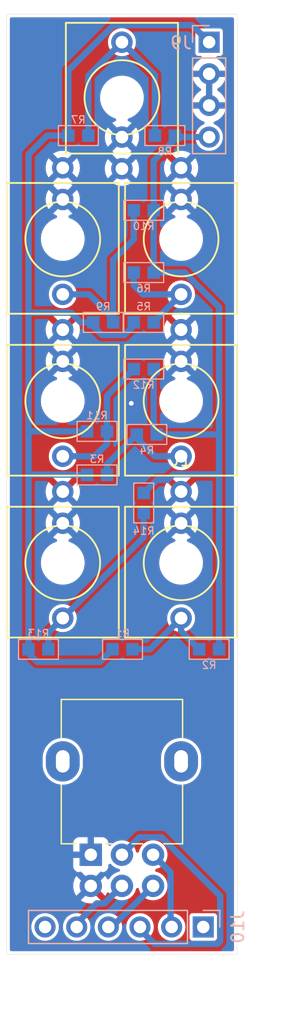
<source format=kicad_pcb>
(kicad_pcb (version 20211014) (generator pcbnew)
  (title_block (title "Exits") (date "2022-01-28") (rev "2.1"))
  (layers (0 "F.Cu" signal) (31 "B.Cu" signal) (34 "B.Paste" user) (35 "F.Paste" user) (36 "B.SilkS" user "B.Silkscreen") (37 "F.SilkS" user "F.Silkscreen") (38 "B.Mask" user) (39 "F.Mask" user) (44 "Edge.Cuts" user))
  (net 0 "")
  (net 1 "GND")
  (net 2 "Net-(J1-Pad3)")
  (net 3 "Net-(J2-Pad3)")
  (net 4 "Net-(J3-Pad3)")
  (net 5 "Net-(J4-Pad3)")
  (net 6 "Net-(J5-Pad3)")
  (net 7 "Net-(J6-Pad3)")
  (net 8 "Net-(J7-Pad3)")
  (net 9 "Net-(J9-Pad1)")
  (net 10 "Net-(J10-Pad4)")
  (net 11 "Net-(J10-Pad2)")
  (net 13 "Net-(J10-Pad3)")
  (net 14 "Net-(J9-Pad4)")
  (net 16 "Net-(J10-Pad5)")
  (footprint "nearness:PJ301M12" (layer "F.Cu") (at 156.5 71.055 180)
    (fp_text reference "J2" hide)
    (fp_text value "PJ301M12")
    (fp_line (start 4.5 4.5) (end -4.5 4.5) (layer "F.SilkS") (width 0.15))
    (fp_line (start -4.5 -6) (end 4.5 -6) (layer "F.SilkS") (width 0.15))
    (fp_line (start 4.5 -6) (end 4.5 4.5) (layer "F.SilkS") (width 0.15))
    (fp_line (start -4.5 4.5) (end -4.5 -6) (layer "F.SilkS") (width 0.15))
    (fp_circle (center 0 0) (end 3 0) (layer "F.SilkS") (width 0.15) (fill none))
    (pad "" np_thru_hole circle locked (at 0 0 180) (size 3 3) (drill 3) (layers *.Cu *.Mask))
    (pad "1" thru_hole circle locked (at 0 5.715 180) (size 1.7272 1.7272) (drill 1.016) (layers *.Cu *.Mask) (net 1 "GND"))
    (pad "2" thru_hole circle locked (at 0 3.175 180) (size 1.7272 1.7272) (drill 1.016) (layers *.Cu *.Mask) (net 1 "GND"))
    (pad "3" thru_hole circle locked (at 0 -4.445 180) (size 1.7272 1.7272) (drill 1.016) (layers *.Cu *.Mask) (net 3 "Net-(J2-Pad3)"))
  )
  (footprint "nearness:PJ301M12" (layer "F.Cu") (at 156.5 58.055 180)
    (fp_text reference "J3" hide)
    (fp_text value "PJ301M12")
    (fp_line (start -4.5 4.5) (end -4.5 -6) (layer "F.SilkS") (width 0.15))
    (fp_line (start -4.5 -6) (end 4.5 -6) (layer "F.SilkS") (width 0.15))
    (fp_line (start 4.5 4.5) (end -4.5 4.5) (layer "F.SilkS") (width 0.15))
    (fp_line (start 4.5 -6) (end 4.5 4.5) (layer "F.SilkS") (width 0.15))
    (fp_circle (center 0 0) (end 3 0) (layer "F.SilkS") (width 0.15) (fill none))
    (pad "" np_thru_hole circle locked (at 0 0 180) (size 3 3) (drill 3) (layers *.Cu *.Mask))
    (pad "1" thru_hole circle locked (at 0 5.715 180) (size 1.7272 1.7272) (drill 1.016) (layers *.Cu *.Mask) (net 1 "GND"))
    (pad "2" thru_hole circle locked (at 0 3.175 180) (size 1.7272 1.7272) (drill 1.016) (layers *.Cu *.Mask) (net 1 "GND"))
    (pad "3" thru_hole circle locked (at 0 -4.445 180) (size 1.7272 1.7272) (drill 1.016) (layers *.Cu *.Mask) (net 4 "Net-(J3-Pad3)"))
  )
  (footprint "nearness:PJ301M12" (layer "F.Cu") (at 151.75 46.695)
    (fp_text reference "J4" hide)
    (fp_text value "PJ301M12")
    (fp_line (start 4.5 4.5) (end -4.5 4.5) (layer "F.SilkS") (width 0.15))
    (fp_line (start -4.5 -6) (end 4.5 -6) (layer "F.SilkS") (width 0.15))
    (fp_line (start 4.5 -6) (end 4.5 4.5) (layer "F.SilkS") (width 0.15))
    (fp_line (start -4.5 4.5) (end -4.5 -6) (layer "F.SilkS") (width 0.15))
    (fp_circle (center 0 0) (end 3 0) (layer "F.SilkS") (width 0.15) (fill none))
    (pad "" np_thru_hole circle locked (at 0 0) (size 3 3) (drill 3) (layers *.Cu *.Mask))
    (pad "1" thru_hole circle locked (at 0 5.715) (size 1.7272 1.7272) (drill 1.016) (layers *.Cu *.Mask) (net 1 "GND"))
    (pad "2" thru_hole circle locked (at 0 3.175) (size 1.7272 1.7272) (drill 1.016) (layers *.Cu *.Mask) (net 1 "GND"))
    (pad "3" thru_hole circle locked (at 0 -4.445) (size 1.7272 1.7272) (drill 1.016) (layers *.Cu *.Mask) (net 5 "Net-(J4-Pad3)"))
  )
  (footprint "nearness:PJ301M12" (layer "F.Cu") (at 147 58.055 180)
    (fp_text reference "J5" hide)
    (fp_text value "PJ301M12")
    (fp_line (start 4.5 4.5) (end -4.5 4.5) (layer "F.SilkS") (width 0.15))
    (fp_line (start 4.5 -6) (end 4.5 4.5) (layer "F.SilkS") (width 0.15))
    (fp_line (start -4.5 4.5) (end -4.5 -6) (layer "F.SilkS") (width 0.15))
    (fp_line (start -4.5 -6) (end 4.5 -6) (layer "F.SilkS") (width 0.15))
    (fp_circle (center 0 0) (end 3 0) (layer "F.SilkS") (width 0.15) (fill none))
    (pad "" np_thru_hole circle locked (at 0 0 180) (size 3 3) (drill 3) (layers *.Cu *.Mask))
    (pad "1" thru_hole circle locked (at 0 5.715 180) (size 1.7272 1.7272) (drill 1.016) (layers *.Cu *.Mask) (net 1 "GND"))
    (pad "2" thru_hole circle locked (at 0 3.175 180) (size 1.7272 1.7272) (drill 1.016) (layers *.Cu *.Mask) (net 1 "GND"))
    (pad "3" thru_hole circle locked (at 0 -4.445 180) (size 1.7272 1.7272) (drill 1.016) (layers *.Cu *.Mask) (net 6 "Net-(J5-Pad3)"))
  )
  (footprint "nearness:PJ301M12" (layer "F.Cu") (at 147 71.055 180)
    (fp_text reference "J6" hide)
    (fp_text value "PJ301M12")
    (fp_line (start 4.5 -6) (end 4.5 4.5) (layer "F.SilkS") (width 0.15))
    (fp_line (start 4.5 4.5) (end -4.5 4.5) (layer "F.SilkS") (width 0.15))
    (fp_line (start -4.5 4.5) (end -4.5 -6) (layer "F.SilkS") (width 0.15))
    (fp_line (start -4.5 -6) (end 4.5 -6) (layer "F.SilkS") (width 0.15))
    (fp_circle (center 0 0) (end 3 0) (layer "F.SilkS") (width 0.15) (fill none))
    (pad "" np_thru_hole circle locked (at 0 0 180) (size 3 3) (drill 3) (layers *.Cu *.Mask))
    (pad "1" thru_hole circle locked (at 0 5.715 180) (size 1.7272 1.7272) (drill 1.016) (layers *.Cu *.Mask) (net 1 "GND"))
    (pad "2" thru_hole circle locked (at 0 3.175 180) (size 1.7272 1.7272) (drill 1.016) (layers *.Cu *.Mask) (net 1 "GND"))
    (pad "3" thru_hole circle locked (at 0 -4.445 180) (size 1.7272 1.7272) (drill 1.016) (layers *.Cu *.Mask) (net 7 "Net-(J6-Pad3)"))
  )
  (footprint "nearness:PJ301M12" (layer "F.Cu") (at 147 84.055 180)
    (fp_text reference "J7" hide)
    (fp_text value "PJ301M12")
    (fp_line (start -4.5 4.5) (end -4.5 -6) (layer "F.SilkS") (width 0.15))
    (fp_line (start 4.5 -6) (end 4.5 4.5) (layer "F.SilkS") (width 0.15))
    (fp_line (start -4.5 -6) (end 4.5 -6) (layer "F.SilkS") (width 0.15))
    (fp_line (start 4.5 4.5) (end -4.5 4.5) (layer "F.SilkS") (width 0.15))
    (fp_circle (center 0 0) (end 3 0) (layer "F.SilkS") (width 0.15) (fill none))
    (pad "" np_thru_hole circle locked (at 0 0 180) (size 3 3) (drill 3) (layers *.Cu *.Mask))
    (pad "1" thru_hole circle locked (at 0 5.715 180) (size 1.7272 1.7272) (drill 1.016) (layers *.Cu *.Mask) (net 1 "GND"))
    (pad "2" thru_hole circle locked (at 0 3.175 180) (size 1.7272 1.7272) (drill 1.016) (layers *.Cu *.Mask) (net 1 "GND"))
    (pad "3" thru_hole circle locked (at 0 -4.445 180) (size 1.7272 1.7272) (drill 1.016) (layers *.Cu *.Mask) (net 8 "Net-(J7-Pad3)"))
  )
  (footprint "nearness:PJ301M12" (layer "F.Cu") (at 156.5 84.055 180)
    (fp_text reference "J1" (at 0 8.255) (layer "F.SilkS"))
    (fp_text value "PJ301M12")
    (fp_line (start -4.5 4.5) (end -4.5 -6) (layer "F.SilkS") (width 0.15))
    (fp_line (start -4.5 -6) (end 4.5 -6) (layer "F.SilkS") (width 0.15))
    (fp_line (start 4.5 -6) (end 4.5 4.5) (layer "F.SilkS") (width 0.15))
    (fp_line (start 4.5 4.5) (end -4.5 4.5) (layer "F.SilkS") (width 0.15))
    (fp_circle (center 0 0) (end 3 0) (layer "F.SilkS") (width 0.15) (fill none))
    (pad "" np_thru_hole circle locked (at 0 0 180) (size 3 3) (drill 3) (layers *.Cu *.Mask))
    (pad "1" thru_hole circle locked (at 0 5.715 180) (size 1.7272 1.7272) (drill 1.016) (layers *.Cu *.Mask) (net 1 "GND"))
    (pad "2" thru_hole circle locked (at 0 3.175 180) (size 1.7272 1.7272) (drill 1.016) (layers *.Cu *.Mask) (net 1 "GND"))
    (pad "3" thru_hole circle locked (at 0 -4.445 180) (size 1.7272 1.7272) (drill 1.016) (layers *.Cu *.Mask) (net 2 "Net-(J1-Pad3)"))
  )
  (footprint "Potentiometer_THT:Potentiometer_Alpha_RD902F-40-00D_Dual_Vertical" (layer "F.Cu") (at 149.25 107.5 90)
    (fp_text reference "RV1" hide)
    (fp_text value "R_POT_Dual_Separate" hide)
    (fp_line (start 0.88 1.71) (end 0.88 1.18) (layer "F.SilkS") (width 0.12))
    (fp_line (start 0.88 7.37) (end 5.6 7.37) (layer "F.SilkS") (width 0.12))
    (fp_line (start 9.41 -2.37) (end 12.47 -2.37) (layer "F.SilkS") (width 0.12))
    (fp_line (start 0.88 4.16) (end 0.88 3.33) (layer "F.SilkS") (width 0.12))
    (fp_line (start 0.88 -2.37) (end 5.6 -2.37) (layer "F.SilkS") (width 0.12))
    (fp_line (start 9.41 7.37) (end 12.47 7.37) (layer "F.SilkS") (width 0.12))
    (fp_line (start 12.47 7.37) (end 12.47 -2.37) (layer "F.SilkS") (width 0.12))
    (fp_line (start 0.88 7.37) (end 0.88 5.88) (layer "F.SilkS") (width 0.12))
    (fp_line (start 0.88 -1.19) (end 0.88 -2.37) (layer "F.SilkS") (width 0.12))
    (pad "" thru_hole oval locked (at 7.5 7.25 180) (size 2.72 3.24) (drill oval 1.1 1.8) (layers *.Cu *.Mask))
    (pad "" thru_hole oval locked (at 7.5 -2.25 180) (size 2.72 3.24) (drill oval 1.1 1.8) (layers *.Cu *.Mask))
    (pad "1" thru_hole rect locked (at 0 0 180) (size 1.8 1.8) (drill 1) (layers *.Cu *.Mask) (net 1 "GND"))
    (pad "2" thru_hole circle locked (at 0 2.5 180) (size 1.8 1.8) (drill 1) (layers *.Cu *.Mask) (net 13 "Net-(J10-Pad3)"))
    (pad "3" thru_hole circle locked (at 0 5 180) (size 1.8 1.8) (drill 1) (layers *.Cu *.Mask) (net 11 "Net-(J10-Pad2)"))
    (pad "4" thru_hole circle locked (at -2.5 0 180) (size 1.8 1.8) (drill 1) (layers *.Cu *.Mask) (net 1 "GND"))
    (pad "5" thru_hole circle locked (at -2.5 2.5 180) (size 1.8 1.8) (drill 1) (layers *.Cu *.Mask) (net 16 "Net-(J10-Pad5)"))
    (pad "6" thru_hole circle locked (at -2.5 5 180) (size 1.8 1.8) (drill 1) (layers *.Cu *.Mask) (net 10 "Net-(J10-Pad4)"))
  )
  (footprint "nearness:0603" (layer "B.Cu") (at 151.8 91 180)
    (fp_text reference "R1" (at 0 1.27) (layer "B.SilkS") (effects (font (size 0.6 0.6) (thickness 0.1)) (justify mirror)))
    (fp_text value "100k")
    (fp_line (start 1.6 0.8) (end 1.6 -0.8) (layer "B.SilkS") (width 0.1))
    (fp_line (start -1.6 -0.8) (end -1.6 0.8) (layer "B.SilkS") (width 0.1))
    (fp_line (start -1.6 0.8) (end 1.6 0.8) (layer "B.SilkS") (width 0.1))
    (fp_line (start 1.6 -0.8) (end -1.6 -0.8) (layer "B.SilkS") (width 0.1))
    (pad "1" smd rect locked (at -0.8 0 180) (size 1 1) (layers "B.Cu" "B.Paste" "B.Mask") (net 2 "Net-(J1-Pad3)"))
    (pad "2" smd rect locked (at 0.8 0 180) (size 1 1) (layers "B.Cu" "B.Paste" "B.Mask") (net 9 "Net-(J9-Pad1)"))
  )
  (footprint "nearness:0603" (layer "B.Cu") (at 158.75 91)
    (fp_text reference "R2" (at 0 1.27) (layer "B.SilkS") (effects (font (size 0.6 0.6) (thickness 0.1)) (justify mirror)))
    (fp_text value "1M67")
    (fp_line (start -1.6 0.8) (end 1.6 0.8) (layer "B.SilkS") (width 0.1))
    (fp_line (start 1.6 0.8) (end 1.6 -0.8) (layer "B.SilkS") (width 0.1))
    (fp_line (start 1.6 -0.8) (end -1.6 -0.8) (layer "B.SilkS") (width 0.1))
    (fp_line (start -1.6 -0.8) (end -1.6 0.8) (layer "B.SilkS") (width 0.1))
    (pad "1" smd rect locked (at -0.8 0) (size 1 1) (layers "B.Cu" "B.Paste" "B.Mask") (net 2 "Net-(J1-Pad3)"))
    (pad "2" smd rect locked (at 0.8 0) (size 1 1) (layers "B.Cu" "B.Paste" "B.Mask") (net 14 "Net-(J9-Pad4)"))
  )
  (footprint "nearness:0603" (layer "B.Cu") (at 149.75 77 180)
    (fp_text reference "R3" (at 0 1.27) (layer "B.SilkS") (effects (font (size 0.6 0.6) (thickness 0.1)) (justify mirror)))
    (fp_text value "103k")
    (fp_line (start 1.6 -0.8) (end -1.6 -0.8) (layer "B.SilkS") (width 0.1))
    (fp_line (start 1.6 0.8) (end 1.6 -0.8) (layer "B.SilkS") (width 0.1))
    (fp_line (start -1.6 0.8) (end 1.6 0.8) (layer "B.SilkS") (width 0.1))
    (fp_line (start -1.6 -0.8) (end -1.6 0.8) (layer "B.SilkS") (width 0.1))
    (pad "1" smd rect locked (at -0.8 0 180) (size 1 1) (layers "B.Cu" "B.Paste" "B.Mask") (net 3 "Net-(J2-Pad3)"))
    (pad "2" smd rect locked (at 0.8 0 180) (size 1 1) (layers "B.Cu" "B.Paste" "B.Mask") (net 9 "Net-(J9-Pad1)"))
  )
  (footprint "nearness:0603" (layer "B.Cu") (at 153.75 73.75)
    (fp_text reference "R4" (at 0 1.27) (layer "B.SilkS") (effects (font (size 0.6 0.6) (thickness 0.1)) (justify mirror)))
    (fp_text value "439k")
    (fp_line (start 1.6 -0.8) (end -1.6 -0.8) (layer "B.SilkS") (width 0.1))
    (fp_line (start 1.6 0.8) (end 1.6 -0.8) (layer "B.SilkS") (width 0.1))
    (fp_line (start -1.6 -0.8) (end -1.6 0.8) (layer "B.SilkS") (width 0.1))
    (fp_line (start -1.6 0.8) (end 1.6 0.8) (layer "B.SilkS") (width 0.1))
    (pad "1" smd rect locked (at -0.8 0) (size 1 1) (layers "B.Cu" "B.Paste" "B.Mask") (net 3 "Net-(J2-Pad3)"))
    (pad "2" smd rect locked (at 0.8 0) (size 1 1) (layers "B.Cu" "B.Paste" "B.Mask") (net 14 "Net-(J9-Pad4)"))
  )
  (footprint "nearness:0603" (layer "B.Cu") (at 153.5 64.75 180)
    (fp_text reference "R5" (at 0 1.27) (layer "B.SilkS") (effects (font (size 0.6 0.6) (thickness 0.1)) (justify mirror)))
    (fp_text value "113k")
    (fp_line (start -1.6 -0.8) (end -1.6 0.8) (layer "B.SilkS") (width 0.1))
    (fp_line (start 1.6 0.8) (end 1.6 -0.8) (layer "B.SilkS") (width 0.1))
    (fp_line (start 1.6 -0.8) (end -1.6 -0.8) (layer "B.SilkS") (width 0.1))
    (fp_line (start -1.6 0.8) (end 1.6 0.8) (layer "B.SilkS") (width 0.1))
    (pad "1" smd rect locked (at -0.8 0 180) (size 1 1) (layers "B.Cu" "B.Paste" "B.Mask") (net 4 "Net-(J3-Pad3)"))
    (pad "2" smd rect locked (at 0.8 0 180) (size 1 1) (layers "B.Cu" "B.Paste" "B.Mask") (net 9 "Net-(J9-Pad1)"))
  )
  (footprint "nearness:0603" (layer "B.Cu") (at 153.5 60.75)
    (fp_text reference "R6" (at 0 1.27) (layer "B.SilkS") (effects (font (size 0.6 0.6) (thickness 0.1)) (justify mirror)))
    (fp_text value "215k")
    (fp_line (start -1.6 -0.8) (end -1.6 0.8) (layer "B.SilkS") (width 0.1))
    (fp_line (start 1.6 0.8) (end 1.6 -0.8) (layer "B.SilkS") (width 0.1))
    (fp_line (start 1.6 -0.8) (end -1.6 -0.8) (layer "B.SilkS") (width 0.1))
    (fp_line (start -1.6 0.8) (end 1.6 0.8) (layer "B.SilkS") (width 0.1))
    (pad "1" smd rect locked (at -0.8 0) (size 1 1) (layers "B.Cu" "B.Paste" "B.Mask") (net 4 "Net-(J3-Pad3)"))
    (pad "2" smd rect locked (at 0.8 0) (size 1 1) (layers "B.Cu" "B.Paste" "B.Mask") (net 14 "Net-(J9-Pad4)"))
  )
  (footprint "nearness:0603" (layer "B.Cu") (at 148.25 49.75 180)
    (fp_text reference "R7" (at 0 1.27) (layer "B.SilkS") (effects (font (size 0.6 0.6) (thickness 0.1)) (justify mirror)))
    (fp_text value "141k")
    (fp_line (start -1.6 0.8) (end 1.6 0.8) (layer "B.SilkS") (width 0.1))
    (fp_line (start 1.6 0.8) (end 1.6 -0.8) (layer "B.SilkS") (width 0.1))
    (fp_line (start 1.6 -0.8) (end -1.6 -0.8) (layer "B.SilkS") (width 0.1))
    (fp_line (start -1.6 -0.8) (end -1.6 0.8) (layer "B.SilkS") (width 0.1))
    (pad "1" smd rect locked (at -0.8 0 180) (size 1 1) (layers "B.Cu" "B.Paste" "B.Mask") (net 5 "Net-(J4-Pad3)"))
    (pad "2" smd rect locked (at 0.8 0 180) (size 1 1) (layers "B.Cu" "B.Paste" "B.Mask") (net 9 "Net-(J9-Pad1)"))
  )
  (footprint "nearness:0603" (layer "B.Cu") (at 155.2 49.75)
    (fp_text reference "R8" (at 0 1.27) (layer "B.SilkS") (effects (font (size 0.6 0.6) (thickness 0.1)) (justify mirror)))
    (fp_text value "141k")
    (fp_line (start 1.6 -0.8) (end -1.6 -0.8) (layer "B.SilkS") (width 0.1))
    (fp_line (start -1.6 -0.8) (end -1.6 0.8) (layer "B.SilkS") (width 0.1))
    (fp_line (start -1.6 0.8) (end 1.6 0.8) (layer "B.SilkS") (width 0.1))
    (fp_line (start 1.6 0.8) (end 1.6 -0.8) (layer "B.SilkS") (width 0.1))
    (pad "1" smd rect locked (at -0.8 0) (size 1 1) (layers "B.Cu" "B.Paste" "B.Mask") (net 5 "Net-(J4-Pad3)"))
    (pad "2" smd rect locked (at 0.8 0) (size 1 1) (layers "B.Cu" "B.Paste" "B.Mask") (net 14 "Net-(J9-Pad4)"))
  )
  (footprint "nearness:0603" (layer "B.Cu") (at 150.25 64.75 180)
    (fp_text reference "R9" (at 0 1.27) (layer "B.SilkS") (effects (font (size 0.6 0.6) (thickness 0.1)) (justify mirror)))
    (fp_text value "215k")
    (fp_line (start -1.6 -0.8) (end -1.6 0.8) (layer "B.SilkS") (width 0.1))
    (fp_line (start 1.6 -0.8) (end -1.6 -0.8) (layer "B.SilkS") (width 0.1))
    (fp_line (start -1.6 0.8) (end 1.6 0.8) (layer "B.SilkS") (width 0.1))
    (fp_line (start 1.6 0.8) (end 1.6 -0.8) (layer "B.SilkS") (width 0.1))
    (pad "1" smd rect locked (at -0.8 0 180) (size 1 1) (layers "B.Cu" "B.Paste" "B.Mask") (net 6 "Net-(J5-Pad3)"))
    (pad "2" smd rect locked (at 0.8 0 180) (size 1 1) (layers "B.Cu" "B.Paste" "B.Mask") (net 9 "Net-(J9-Pad1)"))
  )
  (footprint "nearness:0603" (layer "B.Cu") (at 153.5 55.75)
    (fp_text reference "R10" (at 0 1.27) (layer "B.SilkS") (effects (font (size 0.6 0.6) (thickness 0.1)) (justify mirror)))
    (fp_text value "113k")
    (fp_line (start -1.6 0.8) (end 1.6 0.8) (layer "B.SilkS") (width 0.1))
    (fp_line (start 1.6 -0.8) (end -1.6 -0.8) (layer "B.SilkS") (width 0.1))
    (fp_line (start 1.6 0.8) (end 1.6 -0.8) (layer "B.SilkS") (width 0.1))
    (fp_line (start -1.6 -0.8) (end -1.6 0.8) (layer "B.SilkS") (width 0.1))
    (pad "1" smd rect locked (at -0.8 0) (size 1 1) (layers "B.Cu" "B.Paste" "B.Mask") (net 6 "Net-(J5-Pad3)"))
    (pad "2" smd rect locked (at 0.8 0) (size 1 1) (layers "B.Cu" "B.Paste" "B.Mask") (net 14 "Net-(J9-Pad4)"))
  )
  (footprint "nearness:0603" (layer "B.Cu") (at 149.75 73.5 180)
    (fp_text reference "R11" (at 0 1.27) (layer "B.SilkS") (effects (font (size 0.6 0.6) (thickness 0.1)) (justify mirror)))
    (fp_text value "439k")
    (fp_line (start 1.6 -0.8) (end -1.6 -0.8) (layer "B.SilkS") (width 0.1))
    (fp_line (start -1.6 -0.8) (end -1.6 0.8) (layer "B.SilkS") (width 0.1))
    (fp_line (start 1.6 0.8) (end 1.6 -0.8) (layer "B.SilkS") (width 0.1))
    (fp_line (start -1.6 0.8) (end 1.6 0.8) (layer "B.SilkS") (width 0.1))
    (pad "1" smd rect locked (at -0.8 0 180) (size 1 1) (layers "B.Cu" "B.Paste" "B.Mask") (net 7 "Net-(J6-Pad3)"))
    (pad "2" smd rect locked (at 0.8 0 180) (size 1 1) (layers "B.Cu" "B.Paste" "B.Mask") (net 9 "Net-(J9-Pad1)"))
  )
  (footprint "nearness:0603" (layer "B.Cu") (at 153.5 68.5)
    (fp_text reference "R12" (at 0 1.27) (layer "B.SilkS") (effects (font (size 0.6 0.6) (thickness 0.1)) (justify mirror)))
    (fp_text value "103k")
    (fp_line (start -1.6 0.8) (end 1.6 0.8) (layer "B.SilkS") (width 0.1))
    (fp_line (start 1.6 -0.8) (end -1.6 -0.8) (layer "B.SilkS") (width 0.1))
    (fp_line (start 1.6 0.8) (end 1.6 -0.8) (layer "B.SilkS") (width 0.1))
    (fp_line (start -1.6 -0.8) (end -1.6 0.8) (layer "B.SilkS") (width 0.1))
    (pad "1" smd rect locked (at -0.8 0) (size 1 1) (layers "B.Cu" "B.Paste" "B.Mask") (net 7 "Net-(J6-Pad3)"))
    (pad "2" smd rect locked (at 0.8 0) (size 1 1) (layers "B.Cu" "B.Paste" "B.Mask") (net 14 "Net-(J9-Pad4)"))
  )
  (footprint "nearness:0603" (layer "B.Cu") (at 145.05 91 180)
    (fp_text reference "R13" (at 0 1.27) (layer "B.SilkS") (effects (font (size 0.6 0.6) (thickness 0.1)) (justify mirror)))
    (fp_text value "1M67")
    (fp_line (start -1.6 0.8) (end 1.6 0.8) (layer "B.SilkS") (width 0.1))
    (fp_line (start -1.6 -0.8) (end -1.6 0.8) (layer "B.SilkS") (width 0.1))
    (fp_line (start 1.6 -0.8) (end -1.6 -0.8) (layer "B.SilkS") (width 0.1))
    (fp_line (start 1.6 0.8) (end 1.6 -0.8) (layer "B.SilkS") (width 0.1))
    (pad "1" smd rect locked (at -0.8 0 180) (size 1 1) (layers "B.Cu" "B.Paste" "B.Mask") (net 8 "Net-(J7-Pad3)"))
    (pad "2" smd rect locked (at 0.8 0 180) (size 1 1) (layers "B.Cu" "B.Paste" "B.Mask") (net 9 "Net-(J9-Pad1)"))
  )
  (footprint "nearness:0603" (layer "B.Cu") (at 153.5 79.25 90)
    (fp_text reference "R14" (at -2.25 0 180) (layer "B.SilkS") (effects (font (size 0.6 0.6) (thickness 0.1)) (justify mirror)))
    (fp_text value "100k")
    (fp_line (start -1.6 0.8) (end 1.6 0.8) (layer "B.SilkS") (width 0.1))
    (fp_line (start 1.6 -0.8) (end -1.6 -0.8) (layer "B.SilkS") (width 0.1))
    (fp_line (start -1.6 -0.8) (end -1.6 0.8) (layer "B.SilkS") (width 0.1))
    (fp_line (start 1.6 0.8) (end 1.6 -0.8) (layer "B.SilkS") (width 0.1))
    (pad "1" smd rect locked (at -0.8 0 90) (size 1 1) (layers "B.Cu" "B.Paste" "B.Mask") (net 8 "Net-(J7-Pad3)"))
    (pad "2" smd rect locked (at 0.8 0 90) (size 1 1) (layers "B.Cu" "B.Paste" "B.Mask") (net 14 "Net-(J9-Pad4)"))
  )
  (footprint "Connector_PinSocket_2.54mm:PinSocket_1x04_P2.54mm_Vertical" (layer "B.Cu") (at 158.75 42.25 180)
    (fp_text reference "J9" (at 2.25 -0.05) (layer "B.SilkS") (effects (justify mirror)))
    (fp_text value "Conn_01x03_Female")
    (fp_line (start -1.33 -1.27) (end 1.33 -1.27) (layer "B.SilkS") (width 0.12))
    (fp_line (start -1.33 -8.95) (end 1.33 -8.95) (layer "B.SilkS") (width 0.12))
    (fp_line (start 1.33 -1.27) (end 1.33 -8.95) (layer "B.SilkS") (width 0.12))
    (fp_line (start 0 1.33) (end 1.33 1.33) (layer "B.SilkS") (width 0.12))
    (fp_line (start 1.33 1.33) (end 1.33 0) (layer "B.SilkS") (width 0.12))
    (fp_line (start -1.33 -1.27) (end -1.33 -8.95) (layer "B.SilkS") (width 0.12))
    (pad "1" thru_hole rect locked (at 0 0 180) (size 1.7 1.7) (drill 1) (layers *.Cu *.Mask) (net 9 "Net-(J9-Pad1)"))
    (pad "2" thru_hole oval locked (at 0 -2.54 180) (size 1.7 1.7) (drill 1) (layers *.Cu *.Mask) (net 1 "GND"))
    (pad "3" thru_hole oval locked (at 0 -5.08 180) (size 1.7 1.7) (drill 1) (layers *.Cu *.Mask) (net 1 "GND"))
    (pad "4" thru_hole oval locked (at 0 -7.62 180) (size 1.7 1.7) (drill 1) (layers *.Cu *.Mask) (net 14 "Net-(J9-Pad4)"))
  )
  (footprint "Connector_PinSocket_2.54mm:PinSocket_1x06_P2.54mm_Vertical" (layer "B.Cu") (at 158.28 113.3 90)
    (fp_text reference "J10" (at 0 2.77 90) (layer "B.SilkS") (effects (justify mirror)))
    (fp_text value "Conn_01x04_Female")
    (fp_line (start 1.33 -1.27) (end 1.33 -14.03) (layer "B.SilkS") (width 0.12))
    (fp_line (start 1.33 1.33) (end 1.33 0) (layer "B.SilkS") (width 0.12))
    (fp_line (start -1.33 -1.27) (end -1.33 -14.03) (layer "B.SilkS") (width 0.12))
    (fp_line (start -1.33 -14.03) (end 1.33 -14.03) (layer "B.SilkS") (width 0.12))
    (fp_line (start 0 1.33) (end 1.33 1.33) (layer "B.SilkS") (width 0.12))
    (fp_line (start -1.33 -1.27) (end 1.33 -1.27) (layer "B.SilkS") (width 0.12))
    (pad "1" thru_hole rect locked (at 0 0 90) (size 1.7 1.7) (drill 1) (layers *.Cu *.Mask))
    (pad "2" thru_hole oval locked (at 0 -2.54 90) (size 1.7 1.7) (drill 1) (layers *.Cu *.Mask) (net 11 "Net-(J10-Pad2)"))
    (pad "3" thru_hole oval locked (at 0 -5.08 90) (size 1.7 1.7) (drill 1) (layers *.Cu *.Mask) (net 13 "Net-(J10-Pad3)"))
    (pad "4" thru_hole oval locked (at 0 -7.62 90) (size 1.7 1.7) (drill 1) (layers *.Cu *.Mask) (net 10 "Net-(J10-Pad4)"))
    (pad "5" thru_hole oval locked (at 0 -10.16 90) (size 1.7 1.7) (drill 1) (layers *.Cu *.Mask) (net 16 "Net-(J10-Pad5)"))
    (pad "6" thru_hole oval locked (at 0 -12.7 90) (size 1.7 1.7) (drill 1) (layers *.Cu *.Mask))
  )
  (gr_line (start 161 40) (end 161 115.5) (layer "Edge.Cuts") (width 0.0254))
  (gr_line (start 161 115.5) (end 142.5 115.5) (layer "Edge.Cuts") (width 0.0254))
  (gr_line (start 142.5 40) (end 161 40) (layer "Edge.Cuts") (width 0.0254))
  (gr_line (start 142.5 115.5) (end 142.5 40) (layer "Edge.Cuts") (width 0.0254))
  (via (at 152.5 71.25) (size 0.762) (drill 0.381) (layers "F.Cu" "B.Cu") (net 1))
  (segment (start 154 91) (end 156.5 88.5) (width 0.508) (layer "B.Cu") (net 2))
  (segment (start 156.5 89.55) (end 157.95 91) (width 0.508) (layer "B.Cu") (net 2))
  (segment (start 152.6 91) (end 154 91) (width 0.508) (layer "B.Cu") (net 2))
  (segment (start 156.5 88.5) (end 156.5 89.55) (width 0.508) (layer "B.Cu") (net 2))
  (segment (start 152.95 74.064402) (end 152.95 73.75) (width 0.508) (layer "B.Cu") (net 3))
  (segment (start 150.55 76.15) (end 152.95 73.75) (width 0.508) (layer "B.Cu") (net 3))
  (segment (start 154.385598 75.5) (end 152.95 74.064402) (width 0.508) (layer "B.Cu") (net 3))
  (segment (start 156.5 75.5) (end 154.385598 75.5) (width 0.508) (layer "B.Cu") (net 3))
  (segment (start 150.55 77) (end 150.55 76.15) (width 0.508) (layer "B.Cu") (net 3))
  (segment (start 154.3 64.75) (end 154.3 64.7) (width 0.508) (layer "B.Cu") (net 4))
  (segment (start 154.3 64.7) (end 156.5 62.5) (width 0.508) (layer "B.Cu") (net 4))
  (segment (start 152.7 61.758) (end 152.7 60.75) (width 0.508) (layer "B.Cu") (net 4))
  (segment (start 156.5 62.5) (end 153.442 62.5) (width 0.508) (layer "B.Cu") (net 4))
  (segment (start 153.442 62.5) (end 152.7 61.758) (width 0.508) (layer "B.Cu") (net 4))
  (segment (start 154.4 44.9) (end 151.75 42.25) (width 0.508) (layer "B.Cu") (net 5))
  (segment (start 149.05 49.75) (end 149.05 44.95) (width 0.508) (layer "B.Cu") (net 5))
  (segment (start 149.05 44.95) (end 151.75 42.25) (width 0.508) (layer "B.Cu") (net 5))
  (segment (start 154.4 49.75) (end 154.4 44.9) (width 0.508) (layer "B.Cu") (net 5))
  (segment (start 149.114402 62.5) (end 147 62.5) (width 0.508) (layer "B.Cu") (net 6))
  (segment (start 152.7 58.077644) (end 151.05 59.727644) (width 0.508) (layer "B.Cu") (net 6))
  (segment (start 151.05 59.727644) (end 151.05 64.75) (width 0.508) (layer "B.Cu") (net 6))
  (segment (start 151.05 64.435598) (end 149.114402 62.5) (width 0.508) (layer "B.Cu") (net 6))
  (segment (start 152.7 55.75) (end 152.7 58.077644) (width 0.508) (layer "B.Cu") (net 6))
  (segment (start 151.05 64.75) (end 151.05 64.435598) (width 0.508) (layer "B.Cu") (net 6))
  (segment (start 150.55 70.65) (end 152.7 68.5) (width 0.508) (layer "B.Cu") (net 7))
  (segment (start 150.55 74.508) (end 149.558 75.5) (width 0.508) (layer "B.Cu") (net 7))
  (segment (start 149.558 75.5) (end 147 75.5) (width 0.508) (layer "B.Cu") (net 7))
  (segment (start 150.55 73.5) (end 150.55 74.508) (width 0.508) (layer "B.Cu") (net 7))
  (segment (start 150.55 73.5) (end 150.55 70.65) (width 0.508) (layer "B.Cu") (net 7))
  (segment (start 153.5 80.05) (end 153.5 82) (width 0.508) (layer "B.Cu") (net 8))
  (segment (start 145.85 91) (end 145.85 89.65) (width 0.508) (layer "B.Cu") (net 8))
  (segment (start 153.5 82) (end 147 88.5) (width 0.508) (layer "B.Cu") (net 8))
  (segment (start 145.85 89.65) (end 147 88.5) (width 0.508) (layer "B.Cu") (net 8))
  (segment (start 149.991999 92.008001) (end 144.943599 92.008001) (width 0.508) (layer "B.Cu") (net 9))
  (segment (start 152.7 64.75) (end 152.7 65.014402) (width 0.508) (layer "B.Cu") (net 9))
  (segment (start 150.143599 65.758001) (end 149.45 65.064402) (width 0.508) (layer "B.Cu") (net 9))
  (segment (start 144.943599 92.008001) (end 144.25 91.314402) (width 0.508) (layer "B.Cu") (net 9))
  (segment (start 151.091631 40.878399) (end 157.378399 40.878399) (width 0.508) (layer "B.Cu") (net 9))
  (segment (start 144.25 51.25) (end 144.25 61) (width 0.508) (layer "B.Cu") (net 9))
  (segment (start 144.5 73.5) (end 144.25 73.75) (width 0.508) (layer "B.Cu") (net 9))
  (segment (start 145.75 49.75) (end 144.25 51.25) (width 0.508) (layer "B.Cu") (net 9))
  (segment (start 147.68997 77) (end 147.658369 76.968399) (width 0.508) (layer "B.Cu") (net 9))
  (segment (start 147.45 49.75) (end 147.45 44.52003) (width 0.508) (layer "B.Cu") (net 9))
  (segment (start 149.45 64.75) (end 148.442 64.75) (width 0.508) (layer "B.Cu") (net 9))
  (segment (start 148.442 64.75) (end 147.660399 63.968399) (width 0.508) (layer "B.Cu") (net 9))
  (segment (start 144.281601 63.968399) (end 144.25 64) (width 0.508) (layer "B.Cu") (net 9))
  (segment (start 148.95 73.5) (end 144.5 73.5) (width 0.508) (layer "B.Cu") (net 9))
  (segment (start 152.7 65.014402) (end 151.956401 65.758001) (width 0.508) (layer "B.Cu") (net 9))
  (segment (start 147.45 49.75) (end 145.75 49.75) (width 0.508) (layer "B.Cu") (net 9))
  (segment (start 147.45 44.52003) (end 151.091631 40.878399) (width 0.508) (layer "B.Cu") (net 9))
  (segment (start 144.25 64) (end 144.25 73.75) (width 0.508) (layer "B.Cu") (net 9))
  (segment (start 144.25 76.75) (end 144.25 91) (width 0.508) (layer "B.Cu") (net 9))
  (segment (start 151 91) (end 149.991999 92.008001) (width 0.508) (layer "B.Cu") (net 9))
  (segment (start 147.660399 63.968399) (end 144.281601 63.968399) (width 0.508) (layer "B.Cu") (net 9))
  (segment (start 147.658369 76.968399) (end 144.468399 76.968399) (width 0.508) (layer "B.Cu") (net 9))
  (segment (start 144.25 61) (end 144.25 64) (width 0.508) (layer "B.Cu") (net 9))
  (segment (start 157.378399 40.878399) (end 158.75 42.25) (width 0.508) (layer "B.Cu") (net 9))
  (segment (start 144.25 91.314402) (end 144.25 91) (width 0.508) (layer "B.Cu") (net 9))
  (segment (start 148.95 77) (end 147.68997 77) (width 0.508) (layer "B.Cu") (net 9))
  (segment (start 151.956401 65.758001) (end 150.143599 65.758001) (width 0.508) (layer "B.Cu") (net 9))
  (segment (start 149.45 65.064402) (end 149.45 64.75) (width 0.508) (layer "B.Cu") (net 9))
  (segment (start 144.468399 76.968399) (end 144.25 76.75) (width 0.508) (layer "B.Cu") (net 9))
  (segment (start 144.25 73.75) (end 144.25 76.75) (width 0.508) (layer "B.Cu") (net 9))
  (segment (start 154.25 110) (end 151 113.25) (width 0.508) (layer "B.Cu") (net 10))
  (segment (start 151 113.25) (end 150.42 113.25) (width 0.508) (layer "B.Cu") (net 10))
  (segment (start 155.658001 108.908001) (end 155.658001 113.091999) (width 0.508) (layer "B.Cu") (net 11))
  (segment (start 154.25 107.5) (end 155.658001 108.908001) (width 0.508) (layer "B.Cu") (net 11))
  (segment (start 155.658001 113.091999) (end 155.5 113.25) (width 0.508) (layer "B.Cu") (net 11))
  (segment (start 153.158001 106.091999) (end 151.75 107.5) (width 0.508) (layer "B.Cu") (net 13))
  (segment (start 154.368001 114.658001) (end 159.436401 114.658001) (width 0.508) (layer "B.Cu") (net 13))
  (segment (start 159.436401 114.658001) (end 159.638001 114.456401) (width 0.508) (layer "B.Cu") (net 13))
  (segment (start 154.925841 106.091999) (end 153.158001 106.091999) (width 0.508) (layer "B.Cu") (net 13))
  (segment (start 152.96 113.25) (end 154.368001 114.658001) (width 0.508) (layer "B.Cu") (net 13))
  (segment (start 159.638001 114.456401) (end 159.638001 110.804159) (width 0.508) (layer "B.Cu") (net 13))
  (segment (start 159.638001 110.804159) (end 154.925841 106.091999) (width 0.508) (layer "B.Cu") (net 13))
  (segment (start 156 50.064402) (end 156 49.75) (width 0.508) (layer "B.Cu") (net 14))
  (segment (start 154.3 51.764402) (end 156 50.064402) (width 0.508) (layer "B.Cu") (net 14))
  (segment (start 156.12 49.87) (end 156 49.75) (width 0.508) (layer "B.Cu") (net 14))
  (segment (start 154.3 60.75) (end 156.77997 60.75) (width 0.508) (layer "B.Cu") (net 14))
  (segment (start 155.41003 77.4) (end 155.86003 76.95) (width 0.508) (layer "B.Cu") (net 14))
  (segment (start 154.55 73.75) (end 159.55 73.75) (width 0.508) (layer "B.Cu") (net 14))
  (segment (start 159.55 63.52003) (end 159.55 73.75) (width 0.508) (layer "B.Cu") (net 14))
  (segment (start 159.55 76.95) (end 159.55 86.5) (width 0.508) (layer "B.Cu") (net 14))
  (segment (start 154.55 77.4) (end 155.41003 77.4) (width 0.508) (layer "B.Cu") (net 14))
  (segment (start 156 49.75) (end 156.33 49.75) (width 0.508) (layer "B.Cu") (net 14))
  (segment (start 154.3 55.75) (end 154.3 60.75) (width 0.508) (layer "B.Cu") (net 14))
  (segment (start 154.3 73.5) (end 154.55 73.75) (width 0.508) (layer "B.Cu") (net 14))
  (segment (start 154.3 68.5) (end 154.3 73.5) (width 0.508) (layer "B.Cu") (net 14))
  (segment (start 158.75 49.87) (end 156.12 49.87) (width 0.508) (layer "B.Cu") (net 14))
  (segment (start 159.55 73.75) (end 159.55 76.95) (width 0.508) (layer "B.Cu") (net 14))
  (segment (start 159.55 86.5) (end 159.55 91) (width 0.508) (layer "B.Cu") (net 14))
  (segment (start 155.86003 76.95) (end 159.55 76.95) (width 0.508) (layer "B.Cu") (net 14))
  (segment (start 154.3 55.75) (end 154.3 51.764402) (width 0.508) (layer "B.Cu") (net 14))
  (segment (start 153.5 78.45) (end 154.55 77.4) (width 0.508) (layer "B.Cu") (net 14))
  (segment (start 156.77997 60.75) (end 159.55 63.52003) (width 0.508) (layer "B.Cu") (net 14))
  (segment (start 151.75 110) (end 150.341999 111.408001) (width 0.508) (layer "B.Cu") (net 16))
  (segment (start 150.341999 111.408001) (end 149.721999 111.408001) (width 0.508) (layer "B.Cu") (net 16))
  (segment (start 149.721999 111.408001) (end 147.88 113.25) (width 0.508) (layer "B.Cu") (net 16))
  (zone (net 1) (net_name "GND") (layer "F.Cu") (connect_pads (clearance 0.254)) (min_thickness 0.254) (fill yes (thermal_gap 0.508) (thermal_bridge_width 0.508))
    (polygon (pts (xy 161 115.5) (xy 142.5 115.5) (xy 142.5 40) (xy 161 40)))
  )
  (zone (net 1) (net_name "GND") (layer "B.Cu") (connect_pads (clearance 0.254)) (min_thickness 0.254) (fill yes (thermal_gap 0.508) (thermal_bridge_width 0.508))
    (polygon (pts (xy 161 115.5) (xy 142.5 115.5) (xy 142.5 40) (xy 161 40)))
  )
)
</source>
